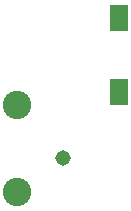
<source format=gbp>
G04 MADE WITH FRITZING*
G04 WWW.FRITZING.ORG*
G04 DOUBLE SIDED*
G04 HOLES PLATED*
G04 CONTOUR ON CENTER OF CONTOUR VECTOR*
%ASAXBY*%
%FSLAX23Y23*%
%MOIN*%
%OFA0B0*%
%SFA1.0B1.0*%
%ADD10C,0.051496*%
%ADD11C,0.094803*%
%ADD12R,0.062992X0.090551*%
%LNPASTEMASK0*%
G90*
G70*
G54D10*
X204Y1208D03*
G54D11*
X51Y1096D03*
X51Y1384D03*
G54D12*
X389Y1427D03*
X389Y1675D03*
G04 End of PasteMask0*
M02*
</source>
